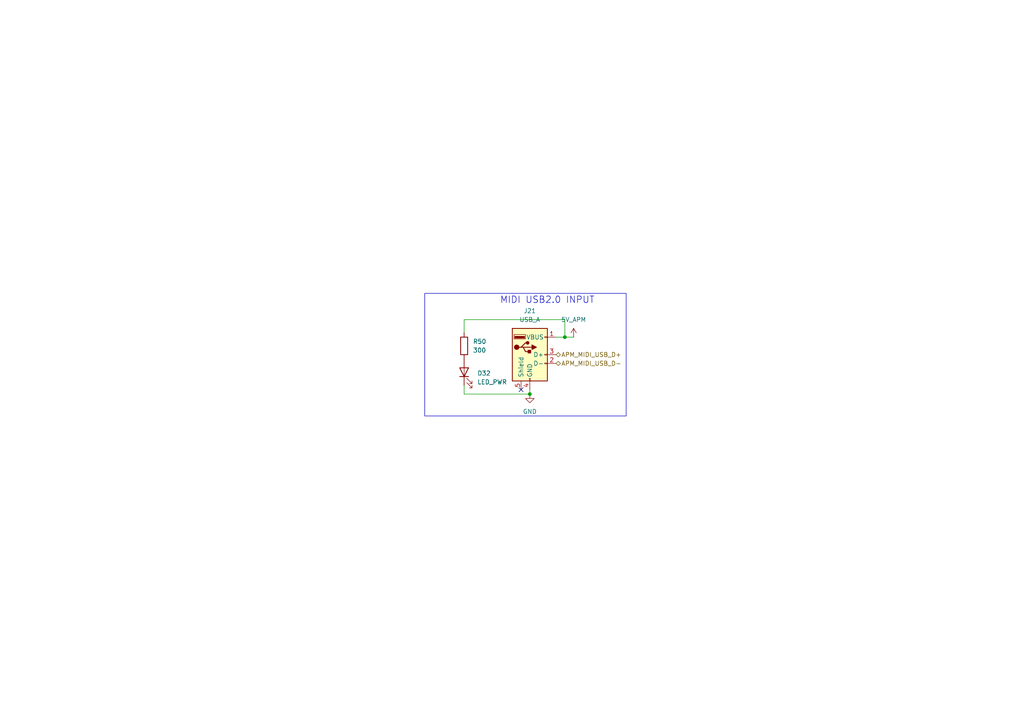
<source format=kicad_sch>
(kicad_sch (version 20250114) (generator "eeschema") (generator_version "9.0")
  (paper "A4")
  (lib_symbols
    (symbol "Connector:USB_A" (pin_names (offset 1.016))
      (property "Reference" "J" (at -5.08 11.43 0))
      (property "Value" "USB_A" (at -5.08 8.89 0))
      (symbol "USB_A_0_1"
        (rectangle (start -5.08 -7.62) (end 5.08 7.62) (stroke (width 0.254)) (fill (type background)))
        (circle (center -3.81 2.159) (radius 0.635) (stroke (width 0.254)) (fill (type outline)))
        (polyline (pts (xy -3.175 2.159) (xy -2.54 2.159) (xy -1.27 3.429) (xy -0.635 3.429)) (stroke (width 0.254)))
        (polyline (pts (xy -2.54 2.159) (xy -1.905 2.159) (xy -1.27 0.889) (xy 0 0.889)) (stroke (width 0.254)))
        (rectangle (start -1.524 4.826) (end -4.318 5.334) (fill (type outline)))
        (rectangle (start -1.27 4.572) (end -4.572 5.842))
        (circle (center -0.635 3.429) (radius 0.381) (stroke (width 0.254)) (fill (type outline)))
        (rectangle (start -0.127 -7.62) (end 0.127 -6.858))
        (rectangle (start 0.254 1.27) (end -0.508 0.508) (stroke (width 0.254)) (fill (type outline)))
        (polyline (pts (xy 0.635 2.794) (xy 0.635 1.524) (xy 1.905 2.159) (xy 0.635 2.794)) (stroke (width 0.254)) (fill (type outline)))
        (rectangle (start 5.08 4.953) (end 4.318 5.207))
        (rectangle (start 5.08 -0.127) (end 4.318 0.127))
        (rectangle (start 5.08 -2.667) (end 4.318 -2.413))
      )
      (symbol "USB_A_1_1"
        (polyline (pts (xy -1.905 2.159) (xy 0.635 2.159)) (stroke (width 0.254)))
        (pin passive line (at -2.54 -10.16 90) (length 2.54) (name "Shield") (number "5"))
        (pin power_in line (at 0 -10.16 90) (length 2.54) (name "GND") (number "4"))
        (pin power_in line (at 7.62 5.08 180) (length 2.54) (name "VBUS") (number "1"))
        (pin bidirectional line (at 7.62 0 180) (length 2.54) (name "D+") (number "3"))
        (pin bidirectional line (at 7.62 -2.54 180) (length 2.54) (name "D-") (number "2"))
      )
    )
    (symbol "Device:LED" (pin_numbers (hide yes)) (pin_names (offset 1.016) (hide yes))
      (property "Reference" "D" (at 0 2.54 0))
      (property "Value" "LED" (at 0 -2.54 0))
      (symbol "LED_0_1"
        (polyline (pts (xy -3.048 -0.762) (xy -4.572 -2.286) (xy -3.81 -2.286) (xy -4.572 -2.286) (xy -4.572 -1.524)))
        (polyline (pts (xy -1.778 -0.762) (xy -3.302 -2.286) (xy -2.54 -2.286) (xy -3.302 -2.286) (xy -3.302 -1.524)))
        (polyline (pts (xy -1.27 0) (xy 1.27 0)))
        (polyline (pts (xy -1.27 -1.27) (xy -1.27 1.27)) (stroke (width 0.254)))
        (polyline (pts (xy 1.27 -1.27) (xy 1.27 1.27) (xy -1.27 0) (xy 1.27 -1.27)) (stroke (width 0.254)))
      )
      (symbol "LED_1_1"
        (pin passive line (at -3.81 0 0) (length 2.54) (name "K") (number "1"))
        (pin passive line (at 3.81 0 180) (length 2.54) (name "A") (number "2"))
      )
    )
    (symbol "Device:R" (pin_numbers (hide yes)) (pin_names (offset 0))
      (property "Reference" "R" (at 2.032 0 90))
      (property "Value" "R" (at 0 0 90))
      (symbol "R_0_1"
        (rectangle (start -1.016 -2.54) (end 1.016 2.54) (stroke (width 0.254)))
      )
      (symbol "R_1_1"
        (pin passive line (at 0 3.81 270) (length 1.27) (name "~") (number "1"))
        (pin passive line (at 0 -3.81 90) (length 1.27) (name "~") (number "2"))
      )
    )
    (symbol "power:+5V" (power) (pin_numbers (hide yes)) (pin_names (offset 0) (hide yes))
      (property "Value" "+5V" (at 0 3.556 0))
      (symbol "+5V_0_1"
        (polyline (pts (xy -0.762 1.27) (xy 0 2.54)))
        (polyline (pts (xy 0 2.54) (xy 0.762 1.27)))
        (polyline (pts (xy 0 0) (xy 0 2.54)))
      )
      (symbol "+5V_1_1"
        (pin power_in line (at 0 0 90) (length 0) (name "~") (number "1"))
      )
    )
    (symbol "power:GND" (power) (pin_numbers (hide yes)) (pin_names (offset 0) (hide yes))
      (property "Value" "GND" (at 0 -3.81 0))
      (symbol "GND_0_1"
        (polyline (pts (xy 0 0) (xy 0 -1.27) (xy 1.27 -1.27) (xy 0 -2.54) (xy -1.27 -1.27) (xy 0 -1.27)))
      )
      (symbol "GND_1_1"
        (pin power_in line (at 0 0 270) (length 0) (name "~") (number "1"))
      )
    )
  )
  (rectangle (start 123.19 85.09) (end 181.61 120.65))
  (text "MIDI USB2.0 INPUT" (at 158.75 87.122 0) (effects (font (size 1.905 1.905))))
  (junction (at 163.83 97.79))
  (junction (at 153.67 114.3))
  (no_connect (at 151.13 113.03))
  (wire (pts (xy 134.62 92.71) (xy 134.62 96.52)))
  (wire (pts (xy 153.67 114.3) (xy 134.62 114.3)))
  (wire (pts (xy 161.29 97.79) (xy 163.83 97.79)))
  (wire (pts (xy 134.62 114.3) (xy 134.62 111.76)))
  (wire (pts (xy 153.67 114.3) (xy 153.67 113.03)))
  (wire (pts (xy 163.83 97.79) (xy 166.37 97.79)))
  (wire (pts (xy 163.83 92.71) (xy 134.62 92.71)))
  (wire (pts (xy 163.83 92.71) (xy 163.83 97.79)))
  (hierarchical_label "APM_MIDI_USB_D+" (shape bidirectional) (at 161.29 102.87 0))
  (hierarchical_label "APM_MIDI_USB_D-" (shape bidirectional) (at 161.29 105.41 0))
  (symbol (lib_id "Device:LED") (at 134.62 107.95 90) (unit 1)
    (property "Reference" "D32" (at 138.43 108.2674 90) (effects (justify right)))
    (property "Value" "LED_PWR" (at 138.43 110.8074 90) (effects (justify right)))
    (property "Footprint" "LED_SMD:LED_0603_1608Metric" (effects (hide yes)))
    (property "Description" "Light emitting diode" (effects (hide yes)))
    (property "Sim.Pins" "1=K 2=A" (effects (hide yes)))
  )
  (symbol (lib_id "power:+5V") (at 166.37 97.79 0) (unit 1)
    (property "Reference" "#PWR09" (effects (hide yes)))
    (property "Value" "5V_APM" (at 166.37 92.71 0))
    (property "Description" "Power symbol creates a global label with name \"+5V\"" (effects (hide yes)))
  )
  (symbol (lib_id "Connector:USB_A") (at 153.67 102.87 0) (unit 1)
    (property "Reference" "J21" (at 153.67 90.17 0))
    (property "Value" "USB_A" (at 153.67 92.71 0))
    (property "Footprint" "Connector_USB:USB_A_CNCTech_1001-011-01101_Horizontal" (effects (hide yes)))
    (property "Description" "USB Type A connector" (effects (hide yes)))
  )
  (symbol (lib_id "Device:R") (at 134.62 100.33 180) (unit 1)
    (property "Reference" "R50" (at 137.16 99.0599 0) (effects (justify right)))
    (property "Value" "300" (at 137.16 101.5999 0) (effects (justify right)))
    (property "Footprint" "Resistor_SMD:R_0805_2012Metric_Pad1.20x1.40mm_HandSolder" (effects (hide yes)))
    (property "Description" "Resistor" (effects (hide yes)))
    (property "DigiKey_Part_Number" "311-10.0KCRCT-ND" (effects (hide yes)))
    (property "Price" "0.0129" (effects (hide yes)))
  )
  (symbol (lib_id "power:GND") (at 153.67 114.3 0) (unit 1)
    (property "Reference" "#PWR0132" (effects (hide yes)))
    (property "Value" "GND" (at 153.67 119.38 0))
    (property "Description" "Power symbol creates a global label with name \"GND\" , ground" (effects (hide yes)))
  )
)
</source>
